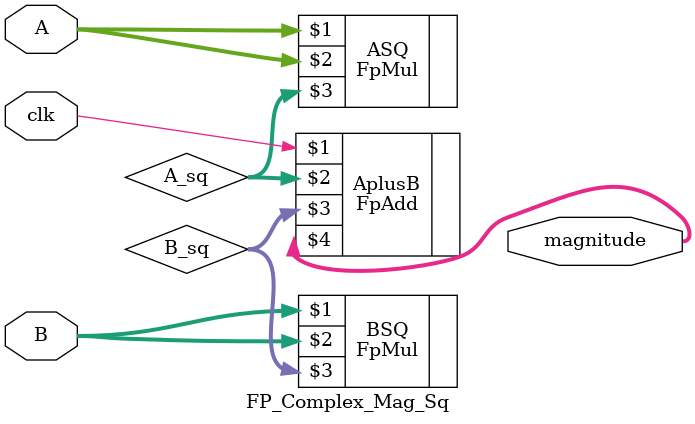
<source format=v>
/**************************************************************************
 * Floating Point Complex Add
 * 2-stage pipeline
 *************************************************************************/
module FP_Complex_Add (
                       input  wire        clk,
                       input  wire [26:0] A1,
                       input  wire [26:0] B1,
                       input  wire [26:0] A2,
                       input  wire [26:0] B2,
                       output wire [26:0] AOut,
                       output wire [26:0] BOut
                       );
   FpAdd    RealAdder(clk, A1, A2, AOut);
   FpAdd ComplexAdder(clk, B1, B2, BOut);
endmodule // FP_Complex_Add

/**************************************************************************
 * Floating Point Complex Mul
 * 2-stage pipeline
 *************************************************************************/
module FP_Complex_Mul (
                       input  wire        clk,
                       input  wire [26:0] A1,
                       input  wire [26:0] B1,
                       input  wire [26:0] A2,
                       input  wire [26:0] B2,
                       output wire [26:0] AOut,
                       output wire [26:0] BOut
                       );
   wire [26:0]                            A1A2, iA1B2, iB1A2, B1B2;
   FpMul  A1A2Mul(A1, A2, A1A2);
   FpMul iA1B2Mul(A1, B2, iA1B2);
   FpMul iB1A2Mul(B1, A2, iB1A2);
   FpMul  B1B2Mul(B1, B2, B1B2);

   wire [26:0]                            negB1B2;
   FpNegate B1B2Negate(B1B2, negB1B2);

   FpAdd    RealAdder(clk, A1A2,  negB1B2, AOut);
   FpAdd ComplexAdder(clk, iA1B2, iB1A2,   BOut);
endmodule // FP_Complex_Mul

/**************************************************************************
 * Floating Point Complex Magnitude^2
 * 2-stage pipeline
 *************************************************************************/
module FP_Complex_Mag_Sq (
                       input  wire        clk,
                       input  wire [26:0] A,
                       input  wire [26:0] B,
                       output wire [26:0] magnitude
                       );
   wire [26:0]                            A_sq, B_sq;
   FpMul  ASQ(A, A, A_sq);
   FpMul  BSQ(B, B, B_sq);

   FpAdd AplusB(clk, A_sq, B_sq, magnitude);
endmodule // FP_Complex_Mul

</source>
